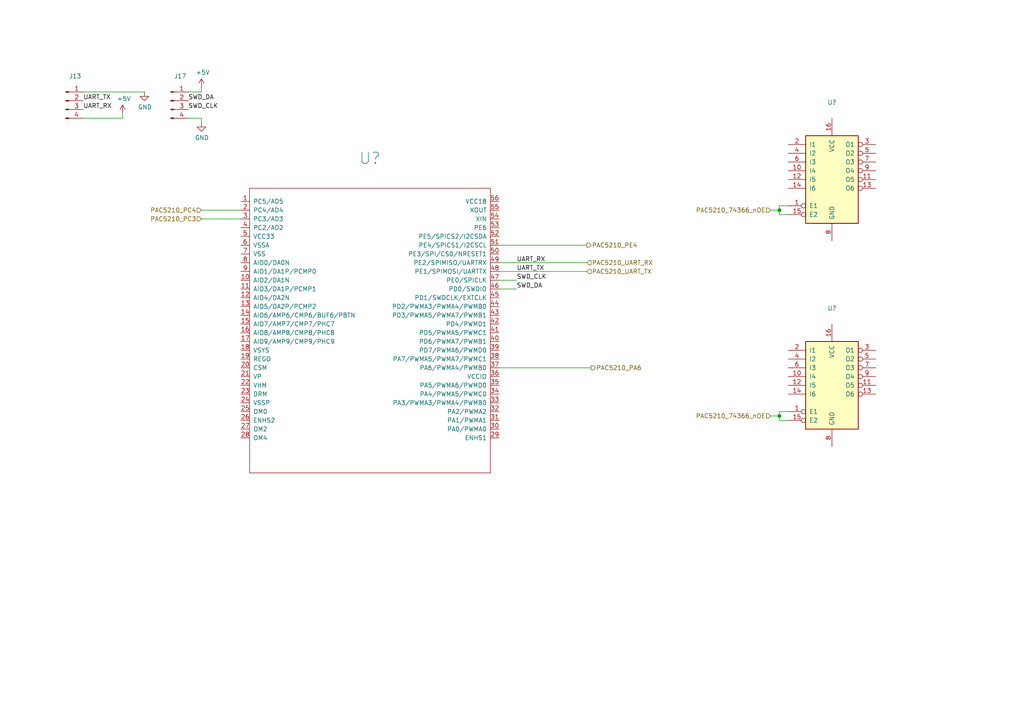
<source format=kicad_sch>
(kicad_sch (version 20211123) (generator eeschema)
  (paper "A4")
  (title_block (title "Project Mowgli") (date "2022-05-22") (rev "1.0.1") (comment 1 "(c) CyberNet / cn@warp.at") (comment 2 "https://github.com/cloudn1ne/Mowgli"))
  (lib_symbols
    (symbol "74xx:74LS366" (pin_names (offset 1.016))
      (property "Reference" "U" (at -7.62 13.97 0))
      (property "Value" "74LS366" (at -7.62 -13.97 0))
      (symbol "74LS366_1_0"
        (pin input inverted (at -12.7 -7.62 0) (length 5.08) (name "E1") (number "1"))
        (pin input line (at -12.7 2.54 0) (length 5.08) (name "I4") (number "10"))
        (pin tri_state inverted (at 12.7 0 180) (length 5.08) (name "O5") (number "11"))
        (pin input line (at -12.7 0 0) (length 5.08) (name "I5") (number "12"))
        (pin tri_state inverted (at 12.7 -2.54 180) (length 5.08) (name "O6") (number "13"))
        (pin input line (at -12.7 -2.54 0) (length 5.08) (name "I6") (number "14"))
        (pin input inverted (at -12.7 -10.16 0) (length 5.08) (name "E2") (number "15"))
        (pin power_in line (at 0 17.78 270) (length 5.08) (name "VCC") (number "16"))
        (pin input line (at -12.7 10.16 0) (length 5.08) (name "I1") (number "2"))
        (pin tri_state inverted (at 12.7 10.16 180) (length 5.08) (name "O1") (number "3"))
        (pin input line (at -12.7 7.62 0) (length 5.08) (name "I2") (number "4"))
        (pin tri_state inverted (at 12.7 7.62 180) (length 5.08) (name "O2") (number "5"))
        (pin input line (at -12.7 5.08 0) (length 5.08) (name "I3") (number "6"))
        (pin tri_state inverted (at 12.7 5.08 180) (length 5.08) (name "O3") (number "7"))
        (pin power_in line (at 0 -17.78 90) (length 5.08) (name "GND") (number "8"))
        (pin tri_state inverted (at 12.7 2.54 180) (length 5.08) (name "O4") (number "9"))
      )
      (symbol "74LS366_1_1"
        (rectangle (start -7.62 12.7) (end 7.62 -12.7) (stroke (width 0.254)) (fill (type background)))
      )
    )
    (symbol "Connector:Conn_01x04_Male" (pin_names (offset 1.016) hide)
      (property "Reference" "J" (at 0 5.08 0))
      (property "Value" "Conn_01x04_Male" (at 0 -7.62 0))
      (symbol "Conn_01x04_Male_1_1"
        (polyline (pts (xy 1.27 -5.08) (xy 0.8636 -5.08)) (stroke (width 0.1524)))
        (polyline (pts (xy 1.27 -2.54) (xy 0.8636 -2.54)) (stroke (width 0.1524)))
        (polyline (pts (xy 1.27 0) (xy 0.8636 0)) (stroke (width 0.1524)))
        (polyline (pts (xy 1.27 2.54) (xy 0.8636 2.54)) (stroke (width 0.1524)))
        (rectangle (start 0.8636 -4.953) (end 0 -5.207) (stroke (width 0.1524)) (fill (type outline)))
        (rectangle (start 0.8636 -2.413) (end 0 -2.667) (stroke (width 0.1524)) (fill (type outline)))
        (rectangle (start 0.8636 0.127) (end 0 -0.127) (stroke (width 0.1524)) (fill (type outline)))
        (rectangle (start 0.8636 2.667) (end 0 2.413) (stroke (width 0.1524)) (fill (type outline)))
        (pin passive line (at 5.08 2.54 180) (length 3.81) (name "Pin_1") (number "1"))
        (pin passive line (at 5.08 0 180) (length 3.81) (name "Pin_2") (number "2"))
        (pin passive line (at 5.08 -2.54 180) (length 3.81) (name "Pin_3") (number "3"))
        (pin passive line (at 5.08 -5.08 180) (length 3.81) (name "Pin_4") (number "4"))
      )
    )
    (symbol "Kicad-PAC-Library:PAC5210QS" (pin_names (offset 1.016))
      (property "Reference" "U" (at -16.51 -39.37 0))
      (property "Value" "PAC5210QS" (at -3.81 -46.99 0))
      (symbol "PAC5210QS_0_1"
        (rectangle (start 31.75 27.94) (end -38.1 -54.61))
      )
      (symbol "PAC5210QS_1_1"
        (pin bidirectional line (at -40.64 24.13 0) (length 2.54) (name "PC5/AD5") (number "1"))
        (pin bidirectional line (at -40.64 1.27 0) (length 2.54) (name "AIO2/DA1N") (number "10"))
        (pin bidirectional line (at -40.64 -1.27 0) (length 2.54) (name "AIO3/DA1P/PCMP1") (number "11"))
        (pin bidirectional line (at -40.64 -3.81 0) (length 2.54) (name "AIO4/DA2N") (number "12"))
        (pin bidirectional line (at -40.64 -6.35 0) (length 2.54) (name "AIO5/DA2P/PCMP2") (number "13"))
        (pin bidirectional line (at -40.64 -8.89 0) (length 2.54) (name "AIO6/AMP6/CMP6/BUF6/PBTN") (number "14"))
        (pin bidirectional line (at -40.64 -11.43 0) (length 2.54) (name "AIO7/AMP7/CMP7/PHC7") (number "15"))
        (pin bidirectional line (at -40.64 -13.97 0) (length 2.54) (name "AIO8/AMP8/CMP8/PHC8") (number "16"))
        (pin bidirectional line (at -40.64 -16.51 0) (length 2.54) (name "AIO9/AMP9/CMP9/PHC9") (number "17"))
        (pin power_in line (at -40.64 -19.05 0) (length 2.54) (name "VSYS") (number "18"))
        (pin bidirectional line (at -40.64 -21.59 0) (length 2.54) (name "REGO") (number "19"))
        (pin bidirectional line (at -40.64 21.59 0) (length 2.54) (name "PC4/AD4") (number "2"))
        (pin bidirectional line (at -40.64 -24.13 0) (length 2.54) (name "CSM") (number "20"))
        (pin bidirectional line (at -40.64 -26.67 0) (length 2.54) (name "VP") (number "21"))
        (pin bidirectional line (at -40.64 -29.21 0) (length 2.54) (name "VHM") (number "22"))
        (pin bidirectional line (at -40.64 -31.75 0) (length 2.54) (name "DRM") (number "23"))
        (pin bidirectional line (at -40.64 -34.29 0) (length 2.54) (name "VSSP") (number "24"))
        (pin bidirectional line (at -40.64 -36.83 0) (length 2.54) (name "OM0") (number "25"))
        (pin bidirectional line (at -40.64 -39.37 0) (length 2.54) (name "ENHS2") (number "26"))
        (pin bidirectional line (at -40.64 -41.91 0) (length 2.54) (name "OM2") (number "27"))
        (pin bidirectional line (at -40.64 -44.45 0) (length 2.54) (name "OM4") (number "28"))
        (pin bidirectional line (at 34.29 -44.45 180) (length 2.54) (name "ENHS1") (number "29"))
        (pin bidirectional line (at -40.64 19.05 0) (length 2.54) (name "PC3/AD3") (number "3"))
        (pin bidirectional line (at 34.29 -41.91 180) (length 2.54) (name "PA0/PWMA0") (number "30"))
        (pin bidirectional line (at 34.29 -39.37 180) (length 2.54) (name "PA1/PWMA1") (number "31"))
        (pin bidirectional line (at 34.29 -36.83 180) (length 2.54) (name "PA2/PWMA2") (number "32"))
        (pin bidirectional line (at 34.29 -34.29 180) (length 2.54) (name "PA3/PWMA3/PWMA4/PWMB0") (number "33"))
        (pin bidirectional line (at 34.29 -31.75 180) (length 2.54) (name "PA4/PWMA5/PWMC0") (number "34"))
        (pin bidirectional line (at 34.29 -29.21 180) (length 2.54) (name "PA5/PWMA6/PWMD0") (number "35"))
        (pin power_in line (at 34.29 -26.67 180) (length 2.54) (name "VCCIO") (number "36"))
        (pin bidirectional line (at 34.29 -24.13 180) (length 2.54) (name "PA6/PWMA4/PWMB0") (number "37"))
        (pin bidirectional line (at 34.29 -21.59 180) (length 2.54) (name "PA7/PWMA5/PWMA7/PWMC1") (number "38"))
        (pin bidirectional line (at 34.29 -19.05 180) (length 2.54) (name "PD7/PWMA6/PWMD0") (number "39"))
        (pin bidirectional line (at -40.64 16.51 0) (length 2.54) (name "PC2/AD2") (number "4"))
        (pin bidirectional line (at 34.29 -16.51 180) (length 2.54) (name "PD6/PWMA7/PWMB1") (number "40"))
        (pin bidirectional line (at 34.29 -13.97 180) (length 2.54) (name "PD5/PWMA5/PWMC1") (number "41"))
        (pin bidirectional line (at 34.29 -11.43 180) (length 2.54) (name "PD4/PWMD1") (number "42"))
        (pin bidirectional line (at 34.29 -8.89 180) (length 2.54) (name "PD3/PWMA5/PWMA7/PWMB1") (number "43"))
        (pin bidirectional line (at 34.29 -6.35 180) (length 2.54) (name "PD2/PWMA3/PWMA4/PWMB0") (number "44"))
        (pin bidirectional line (at 34.29 -3.81 180) (length 2.54) (name "PD1/SWDCLK/EXTCLK") (number "45"))
        (pin bidirectional line (at 34.29 -1.27 180) (length 2.54) (name "PD0/SWDIO") (number "46"))
        (pin bidirectional line (at 34.29 1.27 180) (length 2.54) (name "PE0/SPICLK") (number "47"))
        (pin bidirectional line (at 34.29 3.81 180) (length 2.54) (name "PE1/SPIMOSI/UARTTX") (number "48"))
        (pin bidirectional line (at 34.29 6.35 180) (length 2.54) (name "PE2/SPIMISO/UARTRX") (number "49"))
        (pin power_in line (at -40.64 13.97 0) (length 2.54) (name "VCC33") (number "5"))
        (pin bidirectional line (at 34.29 8.89 180) (length 2.54) (name "PE3/SPI/CS0/NRESET1") (number "50"))
        (pin bidirectional line (at 34.29 11.43 180) (length 2.54) (name "PE4/SPICS1/I2CSCL") (number "51"))
        (pin bidirectional line (at 34.29 13.97 180) (length 2.54) (name "PE5/SPICS2/I2CSDA") (number "52"))
        (pin bidirectional line (at 34.29 16.51 180) (length 2.54) (name "PE6") (number "53"))
        (pin bidirectional line (at 34.29 19.05 180) (length 2.54) (name "XIN") (number "54"))
        (pin bidirectional line (at 34.29 21.59 180) (length 2.54) (name "XOUT") (number "55"))
        (pin power_in line (at 34.29 24.13 180) (length 2.54) (name "VCC18") (number "56"))
        (pin bidirectional line (at -40.64 11.43 0) (length 2.54) (name "VSSA") (number "6"))
        (pin bidirectional line (at -40.64 8.89 0) (length 2.54) (name "VSS") (number "7"))
        (pin bidirectional line (at -40.64 6.35 0) (length 2.54) (name "AIO0/DA0N") (number "8"))
        (pin bidirectional line (at -40.64 3.81 0) (length 2.54) (name "AIO1/DA1P/PCMP0") (number "9"))
      )
    )
    (symbol "power:+5V" (power) (pin_names (offset 0))
      (property "Value" "+5V" (at 0 3.556 0))
      (symbol "+5V_0_1"
        (polyline (pts (xy -0.762 1.27) (xy 0 2.54)))
        (polyline (pts (xy 0 0) (xy 0 2.54)))
        (polyline (pts (xy 0 2.54) (xy 0.762 1.27)))
      )
      (symbol "+5V_1_1"
        (pin power_in line (at 0 0 90) (length 0) hide (name "+5V") (number "1"))
      )
    )
    (symbol "power:GND" (power) (pin_names (offset 0))
      (property "Value" "GND" (at 0 -3.81 0))
      (symbol "GND_0_1"
        (polyline (pts (xy 0 0) (xy 0 -1.27) (xy 1.27 -1.27) (xy 0 -2.54) (xy -1.27 -1.27) (xy 0 -1.27)))
      )
      (symbol "GND_1_1"
        (pin power_in line (at 0 0 270) (length 0) hide (name "GND") (number "1"))
      )
    )
  )
  (junction (at 226.06 120.65))
  (junction (at 226.06 60.96))
  (wire (pts (xy 226.06 59.69) (xy 226.06 60.96)))
  (wire (pts (xy 69.85 63.5) (xy 58.42 63.5)))
  (wire (pts (xy 228.6 119.38) (xy 226.06 119.38)))
  (wire (pts (xy 144.78 76.2) (xy 170.18 76.2)))
  (wire (pts (xy 69.85 60.96) (xy 58.42 60.96)))
  (wire (pts (xy 228.6 59.69) (xy 226.06 59.69)))
  (wire (pts (xy 226.06 121.92) (xy 228.6 121.92)))
  (wire (pts (xy 226.06 120.65) (xy 226.06 121.92)))
  (wire (pts (xy 149.86 81.28) (xy 144.78 81.28)))
  (wire (pts (xy 58.42 26.67) (xy 54.61 26.67)))
  (wire (pts (xy 226.06 119.38) (xy 226.06 120.65)))
  (wire (pts (xy 149.86 83.82) (xy 144.78 83.82)))
  (wire (pts (xy 58.42 34.29) (xy 54.61 34.29)))
  (wire (pts (xy 171.45 106.68) (xy 144.78 106.68)))
  (wire (pts (xy 226.06 62.23) (xy 228.6 62.23)))
  (wire (pts (xy 24.13 34.29) (xy 35.56 34.29)))
  (wire (pts (xy 226.06 60.96) (xy 223.52 60.96)))
  (wire (pts (xy 170.18 71.12) (xy 144.78 71.12)))
  (wire (pts (xy 226.06 120.65) (xy 223.52 120.65)))
  (wire (pts (xy 35.56 33.02) (xy 35.56 34.29)))
  (wire (pts (xy 58.42 35.56) (xy 58.42 34.29)))
  (wire (pts (xy 41.91 26.67) (xy 24.13 26.67)))
  (wire (pts (xy 226.06 60.96) (xy 226.06 62.23)))
  (wire (pts (xy 58.42 25.4) (xy 58.42 26.67)))
  (wire (pts (xy 144.78 78.74) (xy 170.18 78.74)))
  (label "UART_RX" (at 149.86 76.2 0))
  (label "SWD_DA" (at 54.61 29.21 0))
  (label "UART_TX" (at 24.13 29.21 0))
  (label "SWD_CLK" (at 149.86 81.28 0))
  (label "SWD_DA" (at 149.86 83.82 0))
  (label "SWD_CLK" (at 54.61 31.75 0))
  (label "UART_RX" (at 24.13 31.75 0))
  (label "UART_TX" (at 149.86 78.74 0))
  (hierarchical_label "PAC5210_UART_RX" (shape input) (at 170.18 76.2 0))
  (hierarchical_label "PAC5210_PC3" (shape input) (at 58.42 63.5 180))
  (hierarchical_label "PAC5210_74366_nOE" (shape input) (at 223.52 60.96 180))
  (hierarchical_label "PAC5210_PE4" (shape output) (at 170.18 71.12 0))
  (hierarchical_label "PAC5210_74366_nOE" (shape input) (at 223.52 120.65 180))
  (hierarchical_label "PAC5210_PC4" (shape input) (at 58.42 60.96 180))
  (hierarchical_label "PAC5210_UART_TX" (shape input) (at 170.18 78.74 0))
  (hierarchical_label "PAC5210_PA6" (shape output) (at 171.45 106.68 0))
  (symbol (lib_id "Kicad-PAC-Library:PAC5210QS") (at 110.49 82.55 0) (unit 1)
    (property "Reference" "U?" (at 107.315 45.8978 0) (effects (font (size 3.2766 3.2766))))
  )
  (symbol (lib_id "Connector:Conn_01x04_Male") (at 19.05 29.21 0) (unit 1)
    (property "Reference" "J13" (at 21.7932 22.0726 0))
  )
  (symbol (lib_id "power:+5V") (at 35.56 33.02 0) (unit 1)
    (property "Reference" "#PWR0105" (effects hide))
  )
  (symbol (lib_id "power:GND") (at 41.91 26.67 0) (unit 1)
    (property "Reference" "#PWR0106" (effects hide))
  )
  (symbol (lib_id "Connector:Conn_01x04_Male") (at 49.53 29.21 0) (unit 1)
    (property "Reference" "J17" (at 52.2732 22.0726 0))
  )
  (symbol (lib_id "power:GND") (at 58.42 35.56 0) (unit 1)
    (property "Reference" "#PWR0107" (effects hide))
  )
  (symbol (lib_id "power:+5V") (at 58.42 25.4 0) (unit 1)
    (property "Reference" "#PWR0108" (effects hide))
  )
  (symbol (lib_id "74xx:74LS366") (at 241.3 52.07 0) (unit 1)
    (property "Reference" "U?" (at 241.3 29.6926 0))
    (property "Datasheet" "http://www.ti.com/lit/gpn/sn74LS366" (effects hide))
  )
  (symbol (lib_id "74xx:74LS366") (at 241.3 111.76 0) (unit 1)
    (property "Reference" "U?" (at 241.3 89.3826 0))
    (property "Datasheet" "http://www.ti.com/lit/gpn/sn74LS366" (effects hide))
  )
)
</source>
